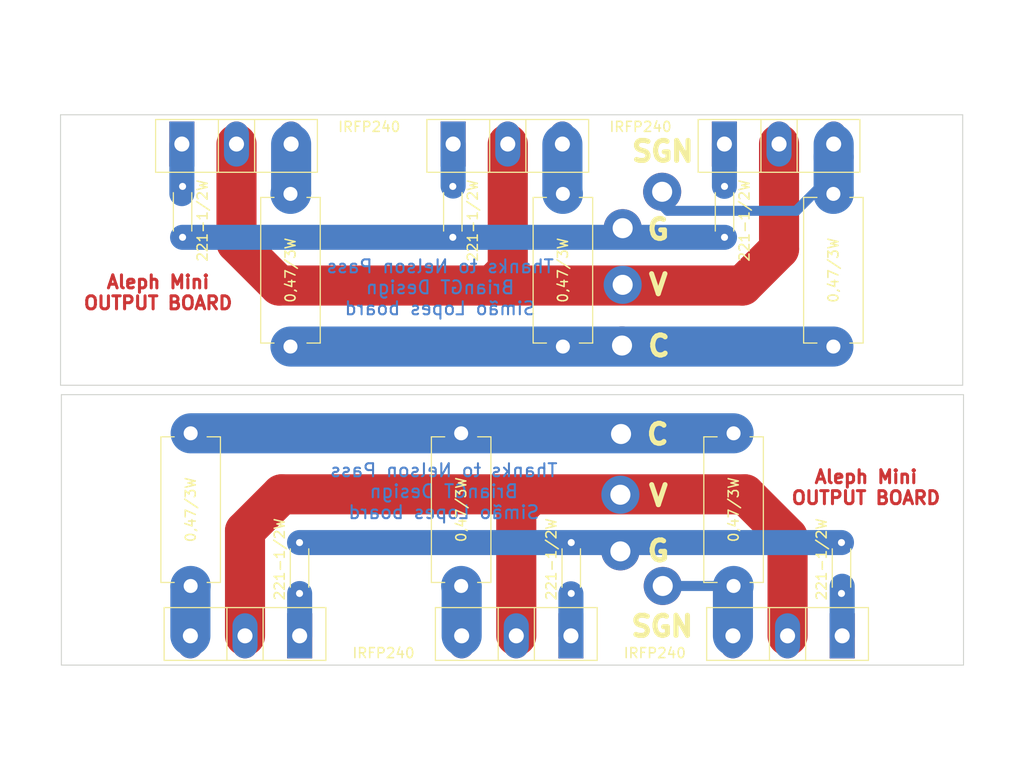
<source format=kicad_pcb>
(kicad_pcb (version 20211014) (generator pcbnew)
  (layers (0 "F.Cu" signal) (31 "B.Cu" signal) (34 "B.Paste" user) (35 "F.Paste" user) (36 "B.SilkS" user "B.Silkscreen") (37 "F.SilkS" user "F.Silkscreen") (38 "B.Mask" user) (39 "F.Mask" user) (44 "Edge.Cuts" user))
  (net 0 "")
  (footprint "Resistor_THT:R_Axial_DIN0614_L14.3mm_D5.7mm_P15.24mm_Horizontal" (layer "F.Cu") (at 125.62332 121.793 90)
    (fp_text reference "0,47/3W" (at 7.62 0.00256 90) (layer "F.SilkS"))
    (fp_text value "R_Axial_DIN0614_L14.3mm_D5.7mm_P15.24mm_Horizontal")
    (fp_line (start 14.89 2.97) (end 14.89 1.64) (layer "F.SilkS") (width 0.12))
    (fp_line (start 0.35 -1.64) (end 0.35 -2.97) (layer "F.SilkS") (width 0.12))
    (fp_line (start 0.35 2.97) (end 14.89 2.97) (layer "F.SilkS") (width 0.12))
    (fp_line (start 0.35 1.64) (end 0.35 2.97) (layer "F.SilkS") (width 0.12))
    (fp_line (start 0.35 -2.97) (end 14.89 -2.97) (layer "F.SilkS") (width 0.12))
    (fp_line (start 14.89 -2.97) (end 14.89 -1.64) (layer "F.SilkS") (width 0.12))
    (pad "1" thru_hole circle locked (at 0 0 90) (size 2.8 2.8) (drill 1.4) (layers *.Cu *.Mask))
    (pad "2" thru_hole oval locked (at 15.24 0 90) (size 2.8 2.8) (drill 1.4) (layers *.Cu *.Mask))
  )
  (footprint "Resistor_THT:R_Axial_DIN0614_L14.3mm_D5.7mm_P15.24mm_Horizontal" (layer "F.Cu") (at 179.78628 121.793 90)
    (fp_text reference "0,47/3W" (at 7.62 0.00256 90) (layer "F.SilkS"))
    (fp_text value "R_Axial_DIN0614_L14.3mm_D5.7mm_P15.24mm_Horizontal")
    (fp_line (start 14.89 2.97) (end 14.89 1.64) (layer "F.SilkS") (width 0.12))
    (fp_line (start 14.89 -2.97) (end 14.89 -1.64) (layer "F.SilkS") (width 0.12))
    (fp_line (start 0.35 2.97) (end 14.89 2.97) (layer "F.SilkS") (width 0.12))
    (fp_line (start 0.35 -2.97) (end 14.89 -2.97) (layer "F.SilkS") (width 0.12))
    (fp_line (start 0.35 -1.64) (end 0.35 -2.97) (layer "F.SilkS") (width 0.12))
    (fp_line (start 0.35 1.64) (end 0.35 2.97) (layer "F.SilkS") (width 0.12))
    (pad "1" thru_hole circle locked (at 0 0 90) (size 2.8 2.8) (drill 1.4) (layers *.Cu *.Mask))
    (pad "2" thru_hole oval locked (at 15.24 0 90) (size 2.8 2.8) (drill 1.4) (layers *.Cu *.Mask))
  )
  (footprint "MountingHole:MountingHole_2.2mm_M2_DIN965_Pad" (layer "F.Cu") (at 172.72 121.793)
    (fp_text reference "SGN" (at -0.06096 4.02844) (layer "F.SilkS") (effects (font (size 2 2) (thickness 0.5))))
    (fp_text value "MountingHole_2.2mm_M2_DIN965_Pad")
    (pad "1" thru_hole circle locked (at 0 0) (size 3.8 3.8) (drill 2) (layers *.Cu *.Mask))
  )
  (footprint "Resistor_THT:R_Axial_DIN0614_L14.3mm_D5.7mm_P15.24mm_Horizontal" (layer "F.Cu") (at 152.60828 121.793 90)
    (fp_text reference "0,47/3W" (at 7.62 0.00256 90) (layer "F.SilkS"))
    (fp_text value "R_Axial_DIN0614_L14.3mm_D5.7mm_P15.24mm_Horizontal")
    (fp_line (start 14.89 -2.97) (end 14.89 -1.64) (layer "F.SilkS") (width 0.12))
    (fp_line (start 14.89 2.97) (end 14.89 1.64) (layer "F.SilkS") (width 0.12))
    (fp_line (start 0.35 2.97) (end 14.89 2.97) (layer "F.SilkS") (width 0.12))
    (fp_line (start 0.35 1.64) (end 0.35 2.97) (layer "F.SilkS") (width 0.12))
    (fp_line (start 0.35 -2.97) (end 14.89 -2.97) (layer "F.SilkS") (width 0.12))
    (fp_line (start 0.35 -1.64) (end 0.35 -2.97) (layer "F.SilkS") (width 0.12))
    (pad "1" thru_hole circle locked (at 0 0 90) (size 2.8 2.8) (drill 1.4) (layers *.Cu *.Mask))
    (pad "2" thru_hole oval locked (at 15.24 0 90) (size 2.8 2.8) (drill 1.4) (layers *.Cu *.Mask))
  )
  (footprint "Resistor_THT:R_Axial_DIN0204_L3.6mm_D1.6mm_P5.08mm_Horizontal" (layer "F.Cu") (at 136.48436 122.53976 90)
    (fp_text reference "221-1/2W" (at 3.41376 -1.98604 90) (layer "F.SilkS"))
    (fp_text value "R_Axial_DIN0204_L3.6mm_D1.6mm_P5.08mm_Horizontal")
    (fp_line (start 0.62 -0.92) (end 4.46 -0.92) (layer "F.SilkS") (width 0.12))
    (fp_line (start 0.62 0.92) (end 4.46 0.92) (layer "F.SilkS") (width 0.12))
    (pad "1" thru_hole circle locked (at 0 0 90) (size 1.4 1.4) (drill 0.7) (layers *.Cu *.Mask))
    (pad "2" thru_hole oval locked (at 5.08 0 90) (size 1.4 1.4) (drill 0.7) (layers *.Cu *.Mask))
  )
  (footprint "Resistor_THT:R_Axial_DIN0204_L3.6mm_D1.6mm_P5.08mm_Horizontal" (layer "F.Cu") (at 163.59124 122.53976 90)
    (fp_text reference "221-1/2W" (at 3.41376 -1.98604 90) (layer "F.SilkS"))
    (fp_text value "R_Axial_DIN0204_L3.6mm_D1.6mm_P5.08mm_Horizontal")
    (fp_line (start 0.62 0.92) (end 4.46 0.92) (layer "F.SilkS") (width 0.12))
    (fp_line (start 0.62 -0.92) (end 4.46 -0.92) (layer "F.SilkS") (width 0.12))
    (pad "1" thru_hole circle locked (at 0 0 90) (size 1.4 1.4) (drill 0.7) (layers *.Cu *.Mask))
    (pad "2" thru_hole oval locked (at 5.08 0 90) (size 1.4 1.4) (drill 0.7) (layers *.Cu *.Mask))
  )
  (footprint "Resistor_THT:R_Axial_DIN0204_L3.6mm_D1.6mm_P5.08mm_Horizontal" (layer "F.Cu") (at 190.5508 122.53976 90)
    (fp_text reference "221-1/2W" (at 3.41376 -1.98604 90) (layer "F.SilkS"))
    (fp_text value "R_Axial_DIN0204_L3.6mm_D1.6mm_P5.08mm_Horizontal")
    (fp_line (start 0.62 0.92) (end 4.46 0.92) (layer "F.SilkS") (width 0.12))
    (fp_line (start 0.62 -0.92) (end 4.46 -0.92) (layer "F.SilkS") (width 0.12))
    (pad "1" thru_hole circle locked (at 0 0 90) (size 1.4 1.4) (drill 0.7) (layers *.Cu *.Mask))
    (pad "2" thru_hole oval locked (at 5.08 0 90) (size 1.4 1.4) (drill 0.7) (layers *.Cu *.Mask))
  )
  (footprint "MountingHole:MountingHole_2.2mm_M2_DIN965_Pad" (layer "F.Cu") (at 168.49344 118.3386)
    (fp_text reference "G" (at 3.78968 -0.04572) (layer "F.SilkS") (effects (font (size 2 2) (thickness 0.5))))
    (fp_text value "MountingHole_2.2mm_M2_DIN965_Pad")
    (pad "1" thru_hole circle locked (at 0 0) (size 3.8 3.8) (drill 2) (layers *.Cu *.Mask))
  )
  (footprint "MountingHole:MountingHole_2.2mm_M2_DIN965_Pad" (layer "F.Cu") (at 168.49344 112.68456)
    (fp_text reference "V" (at 3.78968 0.09144) (layer "F.SilkS") (effects (font (size 2 2) (thickness 0.5))))
    (fp_text value "MountingHole_2.2mm_M2_DIN965_Pad")
    (pad "1" thru_hole circle locked (at 0 0) (size 3.8 3.8) (drill 2) (layers *.Cu *.Mask))
  )
  (footprint "MountingHole:MountingHole_2.2mm_M2_DIN965_Pad" (layer "F.Cu") (at 168.55948 106.62412)
    (fp_text reference "C" (at 3.6576 0.03048) (layer "F.SilkS") (effects (font (size 2 2) (thickness 0.5))))
    (fp_text value "MountingHole_2.2mm_M2_DIN965_Pad")
    (pad "1" thru_hole circle locked (at 0 0) (size 3.8 3.8) (drill 2) (layers *.Cu *.Mask))
  )
  (footprint "Package_TO_SOT_THT:TO-247-3_Vertical" (layer "F.Cu") (at 136.49452 126.7692 180)
    (fp_text reference "IRFP240" (at -8.36676 -1.71924) (layer "F.SilkS"))
    (fp_text value "TO-247-3_Vertical")
    (fp_line (start -2.62 2.82) (end 13.52 2.82) (layer "F.SilkS") (width 0.12))
    (fp_line (start 7.255 -2.451) (end 7.255 2.82) (layer "F.SilkS") (width 0.12))
    (fp_line (start 13.52 -2.451) (end 13.52 2.82) (layer "F.SilkS") (width 0.12))
    (fp_line (start -2.62 -2.451) (end -2.62 2.82) (layer "F.SilkS") (width 0.12))
    (fp_line (start 3.646 -2.451) (end 3.646 2.82) (layer "F.SilkS") (width 0.12))
    (fp_line (start -2.62 -2.451) (end 13.52 -2.451) (layer "F.SilkS") (width 0.12))
    (pad "1" thru_hole rect locked (at 0 0 180) (size 2.5 4.5) (drill 1.5) (layers *.Cu *.Mask))
    (pad "2" thru_hole oval locked (at 5.45 0 180) (size 2.5 4.5) (drill 1.5) (layers *.Cu *.Mask))
    (pad "3" thru_hole oval locked (at 10.9 0 180) (size 2.5 4.5) (drill 1.5) (layers *.Cu *.Mask))
  )
  (footprint "Package_TO_SOT_THT:TO-247-3_Vertical" (layer "F.Cu") (at 190.62192 126.7692 180)
    (fp_text reference " " (at 5.45 -3.45) (layer "F.SilkS"))
    (fp_text value "TO-247-3_Vertical")
    (fp_line (start -2.62 -2.451) (end -2.62 2.82) (layer "F.SilkS") (width 0.12))
    (fp_line (start 3.646 -2.451) (end 3.646 2.82) (layer "F.SilkS") (width 0.12))
    (fp_line (start -2.62 -2.451) (end 13.52 -2.451) (layer "F.SilkS") (width 0.12))
    (fp_line (start 7.255 -2.451) (end 7.255 2.82) (layer "F.SilkS") (width 0.12))
    (fp_line (start 13.52 -2.451) (end 13.52 2.82) (layer "F.SilkS") (width 0.12))
    (fp_line (start -2.62 2.82) (end 13.52 2.82) (layer "F.SilkS") (width 0.12))
    (pad "1" thru_hole rect locked (at 0 0 180) (size 2.5 4.5) (drill 1.5) (layers *.Cu *.Mask))
    (pad "2" thru_hole oval locked (at 5.45 0 180) (size 2.5 4.5) (drill 1.5) (layers *.Cu *.Mask))
    (pad "3" thru_hole oval locked (at 10.9 0 180) (size 2.5 4.5) (drill 1.5) (layers *.Cu *.Mask))
  )
  (footprint "MountingHole:MountingHole_3.2mm_M3" (layer "F.Cu") (at 116.2304 106.1466)
    (fp_text reference " " (at 0 -4.2) (layer "F.SilkS"))
    (fp_text value "MountingHole_3.2mm_M3")
    (pad "" np_thru_hole circle locked (at 0 0) (size 3.2 3.2) (drill 3.2) (layers *.Cu *.Mask))
  )
  (footprint "Resistor_THT:R_Axial_DIN0204_L3.6mm_D1.6mm_P5.08mm_Horizontal" (layer "F.Cu") (at 178.88204 81.90484 -90)
    (fp_text reference "221-1/2W" (at 3.41376 -1.98604 90) (layer "F.SilkS"))
    (fp_text value "R_Axial_DIN0204_L3.6mm_D1.6mm_P5.08mm_Horizontal")
    (fp_line (start 0.62 -0.92) (end 4.46 -0.92) (layer "F.SilkS") (width 0.12))
    (fp_line (start 0.62 0.92) (end 4.46 0.92) (layer "F.SilkS") (width 0.12))
    (pad "1" thru_hole circle locked (at 0 0 270) (size 1.4 1.4) (drill 0.7) (layers *.Cu *.Mask))
    (pad "2" thru_hole oval locked (at 5.08 0 270) (size 1.4 1.4) (drill 0.7) (layers *.Cu *.Mask))
  )
  (footprint "MountingHole:MountingHole_2.2mm_M2_DIN965_Pad" (layer "F.Cu") (at 172.66 82.44 180)
    (fp_text reference "SGN" (at -0.06096 4.02844) (layer "F.SilkS") (effects (font (size 2 2) (thickness 0.5))))
    (fp_text value "MountingHole_2.2mm_M2_DIN965_Pad")
    (pad "1" thru_hole circle locked (at 0 0 180) (size 3.8 3.8) (drill 2) (layers *.Cu *.Mask))
  )
  (footprint "MountingHole:MountingHole_3.2mm_M3" (layer "F.Cu") (at 199.136 98.298 180)
    (fp_text reference " " (at 0 -4.2) (layer "F.SilkS"))
    (fp_text value "MountingHole_3.2mm_M3")
    (pad "" np_thru_hole circle locked (at 0 0 180) (size 3.2 3.2) (drill 3.2) (layers *.Cu *.Mask))
  )
  (footprint "MountingHole:MountingHole_2.2mm_M2_DIN965_Pad" (layer "F.Cu") (at 168.72204 91.72956 180)
    (fp_text reference "V" (at -3.551136 0.01268) (layer "F.SilkS") (effects (font (size 2 2) (thickness 0.5))))
    (fp_text value "MountingHole_2.2mm_M2_DIN965_Pad")
    (pad "1" thru_hole circle locked (at 0 0 180) (size 3.8 3.8) (drill 2) (layers *.Cu *.Mask))
  )
  (footprint "Resistor_THT:R_Axial_DIN0204_L3.6mm_D1.6mm_P5.08mm_Horizontal" (layer "F.Cu") (at 151.77516 81.90484 -90)
    (fp_text reference "221-1/2W" (at 3.41376 -1.98604 90) (layer "F.SilkS"))
    (fp_text value "R_Axial_DIN0204_L3.6mm_D1.6mm_P5.08mm_Horizontal")
    (fp_line (start 0.62 0.92) (end 4.46 0.92) (layer "F.SilkS") (width 0.12))
    (fp_line (start 0.62 -0.92) (end 4.46 -0.92) (layer "F.SilkS") (width 0.12))
    (pad "1" thru_hole circle locked (at 0 0 270) (size 1.4 1.4) (drill 0.7) (layers *.Cu *.Mask))
    (pad "2" thru_hole oval locked (at 5.08 0 270) (size 1.4 1.4) (drill 0.7) (layers *.Cu *.Mask))
  )
  (footprint "Resistor_THT:R_Axial_DIN0614_L14.3mm_D5.7mm_P15.24mm_Horizontal" (layer "F.Cu") (at 189.74308 82.6516 -90)
    (fp_text reference "0,47/3W" (at 7.62 0.00256 90) (layer "F.SilkS"))
    (fp_text value "R_Axial_DIN0614_L14.3mm_D5.7mm_P15.24mm_Horizontal")
    (fp_line (start 14.89 2.97) (end 14.89 1.64) (layer "F.SilkS") (width 0.12))
    (fp_line (start 0.35 -1.64) (end 0.35 -2.97) (layer "F.SilkS") (width 0.12))
    (fp_line (start 0.35 2.97) (end 14.89 2.97) (layer "F.SilkS") (width 0.12))
    (fp_line (start 0.35 1.64) (end 0.35 2.97) (layer "F.SilkS") (width 0.12))
    (fp_line (start 0.35 -2.97) (end 14.89 -2.97) (layer "F.SilkS") (width 0.12))
    (fp_line (start 14.89 -2.97) (end 14.89 -1.64) (layer "F.SilkS") (width 0.12))
    (pad "1" thru_hole circle locked (at 0 0 270) (size 2.8 2.8) (drill 1.4) (layers *.Cu *.Mask))
    (pad "2" thru_hole oval locked (at 15.24 0 270) (size 2.8 2.8) (drill 1.4) (layers *.Cu *.Mask))
  )
  (footprint "Resistor_THT:R_Axial_DIN0614_L14.3mm_D5.7mm_P15.24mm_Horizontal" (layer "F.Cu") (at 135.58012 82.6516 -90)
    (fp_text reference "0,47/3W" (at 7.62 0.00256 90) (layer "F.SilkS"))
    (fp_text value "R_Axial_DIN0614_L14.3mm_D5.7mm_P15.24mm_Horizontal")
    (fp_line (start 14.89 2.97) (end 14.89 1.64) (layer "F.SilkS") (width 0.12))
    (fp_line (start 14.89 -2.97) (end 14.89 -1.64) (layer "F.SilkS") (width 0.12))
    (fp_line (start 0.35 2.97) (end 14.89 2.97) (layer "F.SilkS") (width 0.12))
    (fp_line (start 0.35 -2.97) (end 14.89 -2.97) (layer "F.SilkS") (width 0.12))
    (fp_line (start 0.35 -1.64) (end 0.35 -2.97) (layer "F.SilkS") (width 0.12))
    (fp_line (start 0.35 1.64) (end 0.35 2.97) (layer "F.SilkS") (width 0.12))
    (pad "1" thru_hole circle locked (at 0 0 270) (size 2.8 2.8) (drill 1.4) (layers *.Cu *.Mask))
    (pad "2" thru_hole oval locked (at 15.24 0 270) (size 2.8 2.8) (drill 1.4) (layers *.Cu *.Mask))
  )
  (footprint "Resistor_THT:R_Axial_DIN0204_L3.6mm_D1.6mm_P5.08mm_Horizontal" (layer "F.Cu") (at 124.8156 81.90484 -90)
    (fp_text reference "221-1/2W" (at 3.41376 -1.98604 90) (layer "F.SilkS"))
    (fp_text value "R_Axial_DIN0204_L3.6mm_D1.6mm_P5.08mm_Horizontal")
    (fp_line (start 0.62 0.92) (end 4.46 0.92) (layer "F.SilkS") (width 0.12))
    (fp_line (start 0.62 -0.92) (end 4.46 -0.92) (layer "F.SilkS") (width 0.12))
    (pad "1" thru_hole circle locked (at 0 0 270) (size 1.4 1.4) (drill 0.7) (layers *.Cu *.Mask))
    (pad "2" thru_hole oval locked (at 5.08 0 270) (size 1.4 1.4) (drill 0.7) (layers *.Cu *.Mask))
  )
  (footprint "MountingHole:MountingHole_3.2mm_M3" (layer "F.Cu") (at 199.28332 106.1466)
    (fp_text reference " " (at 0 -4.2) (layer "F.SilkS"))
    (fp_text value "MountingHole_3.2mm_M3")
    (pad "" np_thru_hole circle locked (at 0 0) (size 3.2 3.2) (drill 3.2) (layers *.Cu *.Mask))
  )
  (footprint "MountingHole:MountingHole_2.2mm_M2_DIN965_Pad" (layer "F.Cu") (at 168.656 97.79 180)
    (fp_text reference "C" (at -3.683216 -0.04828) (layer "F.SilkS") (effects (font (size 2 2) (thickness 0.5))))
    (fp_text value "MountingHole_2.2mm_M2_DIN965_Pad")
    (pad "1" thru_hole circle locked (at 0 0 180) (size 3.8 3.8) (drill 2) (layers *.Cu *.Mask))
  )
  (footprint "MountingHole:MountingHole_2.2mm_M2_DIN965_Pad" (layer "F.Cu") (at 168.72204 86.07552 180)
    (fp_text reference "G" (at -3.551136 -0.12448) (layer "F.SilkS") (effects (font (size 2 2) (thickness 0.5))))
    (fp_text value "MountingHole_2.2mm_M2_DIN965_Pad")
    (pad "1" thru_hole circle locked (at 0 0 180) (size 3.8 3.8) (drill 2) (layers *.Cu *.Mask))
  )
  (footprint "Package_TO_SOT_THT:TO-247-3_Vertical" (layer "F.Cu") (at 178.87188 77.6754)
    (fp_text reference "IRFP240" (at -8.36676 -1.71924) (layer "F.SilkS"))
    (fp_text value "TO-247-3_Vertical")
    (fp_line (start -2.62 2.82) (end 13.52 2.82) (layer "F.SilkS") (width 0.12))
    (fp_line (start 7.255 -2.451) (end 7.255 2.82) (layer "F.SilkS") (width 0.12))
    (fp_line (start 13.52 -2.451) (end 13.52 2.82) (layer "F.SilkS") (width 0.12))
    (fp_line (start -2.62 -2.451) (end -2.62 2.82) (layer "F.SilkS") (width 0.12))
    (fp_line (start 3.646 -2.451) (end 3.646 2.82) (layer "F.SilkS") (width 0.12))
    (fp_line (start -2.62 -2.451) (end 13.52 -2.451) (layer "F.SilkS") (width 0.12))
    (pad "1" thru_hole rect locked (at 0 0) (size 2.5 4.5) (drill 1.5) (layers *.Cu *.Mask))
    (pad "2" thru_hole oval locked (at 5.45 0) (size 2.5 4.5) (drill 1.5) (layers *.Cu *.Mask))
    (pad "3" thru_hole oval locked (at 10.9 0) (size 2.5 4.5) (drill 1.5) (layers *.Cu *.Mask))
  )
  (footprint "Package_TO_SOT_THT:TO-247-3_Vertical" (layer "F.Cu") (at 124.74448 77.6754)
    (fp_text reference " " (at 5.45 -3.45) (layer "F.SilkS"))
    (fp_text value "TO-247-3_Vertical")
    (fp_line (start -2.62 -2.451) (end -2.62 2.82) (layer "F.SilkS") (width 0.12))
    (fp_line (start 3.646 -2.451) (end 3.646 2.82) (layer "F.SilkS") (width 0.12))
    (fp_line (start -2.62 -2.451) (end 13.52 -2.451) (layer "F.SilkS") (width 0.12))
    (fp_line (start 7.255 -2.451) (end 7.255 2.82) (layer "F.SilkS") (width 0.12))
    (fp_line (start 13.52 -2.451) (end 13.52 2.82) (layer "F.SilkS") (width 0.12))
    (fp_line (start -2.62 2.82) (end 13.52 2.82) (layer "F.SilkS") (width 0.12))
    (pad "1" thru_hole rect locked (at 0 0) (size 2.5 4.5) (drill 1.5) (layers *.Cu *.Mask))
    (pad "2" thru_hole oval locked (at 5.45 0) (size 2.5 4.5) (drill 1.5) (layers *.Cu *.Mask))
    (pad "3" thru_hole oval locked (at 10.9 0) (size 2.5 4.5) (drill 1.5) (layers *.Cu *.Mask))
  )
  (footprint "Resistor_THT:R_Axial_DIN0614_L14.3mm_D5.7mm_P15.24mm_Horizontal" (layer "F.Cu") (at 162.75812 82.6516 -90)
    (fp_text reference "0,47/3W" (at 7.62 0.00256 90) (layer "F.SilkS"))
    (fp_text value "R_Axial_DIN0614_L14.3mm_D5.7mm_P15.24mm_Horizontal")
    (fp_line (start 14.89 -2.97) (end 14.89 -1.64) (layer "F.SilkS") (width 0.12))
    (fp_line (start 14.89 2.97) (end 14.89 1.64) (layer "F.SilkS") (width 0.12))
    (fp_line (start 0.35 2.97) (end 14.89 2.97) (layer "F.SilkS") (width 0.12))
    (fp_line (start 0.35 1.64) (end 0.35 2.97) (layer "F.SilkS") (width 0.12))
    (fp_line (start 0.35 -2.97) (end 14.89 -2.97) (layer "F.SilkS") (width 0.12))
    (fp_line (start 0.35 -1.64) (end 0.35 -2.97) (layer "F.SilkS") (width 0.12))
    (pad "1" thru_hole circle locked (at 0 0 270) (size 2.8 2.8) (drill 1.4) (layers *.Cu *.Mask))
    (pad "2" thru_hole oval locked (at 15.24 0 270) (size 2.8 2.8) (drill 1.4) (layers *.Cu *.Mask))
  )
  (footprint "Package_TO_SOT_THT:TO-247-3_Vertical" (layer "F.Cu") (at 151.80818 77.6754)
    (fp_text reference "IRFP240" (at -8.3693 -1.71924) (layer "F.SilkS"))
    (fp_text value "TO-247-3_Vertical")
    (fp_line (start 13.52 -2.451) (end 13.52 2.82) (layer "F.SilkS") (width 0.12))
    (fp_line (start -2.62 2.82) (end 13.52 2.82) (layer "F.SilkS") (width 0.12))
    (fp_line (start -2.62 -2.451) (end 13.52 -2.451) (layer "F.SilkS") (width 0.12))
    (fp_line (start 3.646 -2.451) (end 3.646 2.82) (layer "F.SilkS") (width 0.12))
    (fp_line (start -2.62 -2.451) (end -2.62 2.82) (layer "F.SilkS") (width 0.12))
    (fp_line (start 7.255 -2.451) (end 7.255 2.82) (layer "F.SilkS") (width 0.12))
    (pad "1" thru_hole rect locked (at 0 0) (size 2.5 4.5) (drill 1.5) (layers *.Cu *.Mask))
    (pad "2" thru_hole oval locked (at 5.45 0) (size 2.5 4.5) (drill 1.5) (layers *.Cu *.Mask))
    (pad "3" thru_hole oval locked (at 10.9 0) (size 2.5 4.5) (drill 1.5) (layers *.Cu *.Mask))
  )
  (footprint "MountingHole:MountingHole_3.2mm_M3" (layer "F.Cu") (at 116.08308 98.298 180)
    (fp_text reference " " (at 0 -4.2) (layer "F.SilkS"))
    (fp_text value "MountingHole_3.2mm_M3")
    (pad "" np_thru_hole circle locked (at 0 0 180) (size 3.2 3.2) (drill 3.2) (layers *.Cu *.Mask))
  )
  (footprint "Package_TO_SOT_THT:TO-247-3_Vertical" (layer "F.Cu") (at 163.55822 126.7692 180)
    (fp_text reference "IRFP240" (at -8.3693 -1.71924) (layer "F.SilkS"))
    (fp_text value "TO-247-3_Vertical")
    (fp_line (start 13.52 -2.451) (end 13.52 2.82) (layer "F.SilkS") (width 0.12))
    (fp_line (start -2.62 2.82) (end 13.52 2.82) (layer "F.SilkS") (width 0.12))
    (fp_line (start -2.62 -2.451) (end 13.52 -2.451) (layer "F.SilkS") (width 0.12))
    (fp_line (start 3.646 -2.451) (end 3.646 2.82) (layer "F.SilkS") (width 0.12))
    (fp_line (start -2.62 -2.451) (end -2.62 2.82) (layer "F.SilkS") (width 0.12))
    (fp_line (start 7.255 -2.451) (end 7.255 2.82) (layer "F.SilkS") (width 0.12))
    (pad "1" thru_hole rect locked (at 0 0 180) (size 2.5 4.5) (drill 1.5) (layers *.Cu *.Mask))
    (pad "2" thru_hole oval locked (at 5.45 0 180) (size 2.5 4.5) (drill 1.5) (layers *.Cu *.Mask))
    (pad "3" thru_hole oval locked (at 10.9 0 180) (size 2.5 4.5) (drill 1.5) (layers *.Cu *.Mask))
  )
  (gr_line (start 112.7252 102.6922) (end 202.7252 102.6922) (layer "Edge.Cuts") (width 0.1))
  (gr_line (start 112.7252 129.6922) (end 202.7252 129.6922) (layer "Edge.Cuts") (width 0.1))
  (gr_line (start 202.7252 102.6922) (end 202.7252 129.6922) (layer "Edge.Cuts") (width 0.1))
  (gr_line (start 112.7252 102.6922) (end 112.7252 129.6922) (layer "Edge.Cuts") (width 0.1))
  (gr_line (start 112.6412 101.7524) (end 112.6412 74.7524) (layer "Edge.Cuts") (width 0.1))
  (gr_line (start 202.6412 101.7524) (end 112.6412 101.7524) (layer "Edge.Cuts") (width 0.1))
  (gr_line (start 202.6412 101.7524) (end 202.6412 74.7524) (layer "Edge.Cuts") (width 0.1))
  (gr_line (start 202.6412 74.7524) (end 112.6412 74.7524) (layer "Edge.Cuts") (width 0.1))
  (gr_text "Aleph Mini\nOUTPUT BOARD" (at 122.37212 92.49664) (layer "F.Cu") (effects (font (size 1.3 1.3) (thickness 0.3))))
  (gr_text "Aleph Mini\nOUTPUT BOARD" (at 192.99428 111.94796) (layer "F.Cu") (effects (font (size 1.3 1.3) (thickness 0.3))))
  (gr_text "Thanks to Nelson Pass\nBrianGT Design\nSimão Lopes board" (at 150.876 112.3442) (layer "B.Cu") (effects (font (size 1.3 1.3) (thickness 0.2)) (justify mirror)))
  (gr_text "Thanks to Nelson Pass\nBrianGT Design\nSimão Lopes board" (at 150.506723 91.99) (layer "B.Cu") (effects (font (size 1.3 1.3) (thickness 0.2)) (justify mirror)))
  (segment (start 180.91912 112.64392) (end 185.17192 116.89672) (width 4) (layer "F.Cu") (net 0))
  (segment (start 185.17192 116.89672) (end 185.17192 126.7692) (width 4) (layer "F.Cu") (net 0))
  (segment (start 158.10822 114.19502) (end 159.65932 112.64392) (width 4) (layer "F.Cu") (net 0))
  (segment (start 131.04452 126.7692) (end 131.04452 116.29052) (width 4) (layer "F.Cu") (net 0))
  (segment (start 159.65932 112.64392) (end 180.91912 112.64392) (width 4) (layer "F.Cu") (net 0))
  (segment (start 134.69112 112.64392) (end 159.65932 112.64392) (width 4) (layer "F.Cu") (net 0))
  (segment (start 131.04452 116.29052) (end 134.69112 112.64392) (width 4) (layer "F.Cu") (net 0))
  (segment (start 158.10822 126.7692) (end 158.10822 114.19502) (width 4) (layer "F.Cu") (net 0))
  (segment (start 155.70708 91.80068) (end 134.44728 91.80068) (width 4) (layer "F.Cu") (net 0))
  (segment (start 130.19448 87.54788) (end 130.19448 77.6754) (width 4) (layer "F.Cu") (net 0))
  (segment (start 134.44728 91.80068) (end 130.19448 87.54788) (width 4) (layer "F.Cu") (net 0))
  (segment (start 157.25818 90.24958) (end 155.70708 91.80068) (width 4) (layer "F.Cu") (net 0))
  (segment (start 157.25818 77.6754) (end 157.25818 90.24958) (width 4) (layer "F.Cu") (net 0))
  (segment (start 184.32188 88.15408) (end 180.67528 91.80068) (width 4) (layer "F.Cu") (net 0))
  (segment (start 180.67528 91.80068) (end 155.70708 91.80068) (width 4) (layer "F.Cu") (net 0))
  (segment (start 184.32188 77.6754) (end 184.32188 88.15408) (width 4) (layer "F.Cu") (net 0))
  (segment (start 163.55822 126.7692) (end 163.55822 122.57278) (width 2.5) (layer "B.Cu") (net 0))
  (segment (start 163.55822 122.57278) (end 163.59124 122.53976) (width 1) (layer "B.Cu") (net 0))
  (segment (start 190.62192 126.7692) (end 190.62192 121.8184) (width 2.5) (layer "B.Cu") (net 0))
  (segment (start 136.49452 126.7692) (end 136.49452 122.54992) (width 2.5) (layer "B.Cu") (net 0))
  (segment (start 190.5508 117.45976) (end 136.48436 117.45976) (width 2.5) (layer "B.Cu") (net 0))
  (segment (start 136.49452 122.54992) (end 136.48436 122.53976) (width 1) (layer "B.Cu") (net 0))
  (segment (start 152.65822 126.7692) (end 152.65822 121.84294) (width 4) (layer "B.Cu") (net 0))
  (segment (start 179.72192 126.7692) (end 179.72192 121.85736) (width 4) (layer "B.Cu") (net 0))
  (segment (start 152.65822 121.84294) (end 152.60828 121.793) (width 4) (layer "B.Cu") (net 0))
  (segment (start 179.72192 121.85736) (end 179.78628 121.793) (width 4) (layer "B.Cu") (net 0))
  (segment (start 125.59452 126.7692) (end 125.59452 121.8218) (width 4) (layer "B.Cu") (net 0))
  (segment (start 179.78628 106.553) (end 125.62332 106.553) (width 4) (layer "B.Cu") (net 0))
  (segment (start 125.59452 121.8218) (end 125.62332 121.793) (width 4) (layer "B.Cu") (net 0))
  (segment (start 172.66 83.79) (end 173.21 84.34) (width 1) (layer "B.Cu") (net 0))
  (segment (start 162.70818 82.60166) (end 162.75812 82.6516) (width 4) (layer "B.Cu") (net 0))
  (segment (start 189.77188 80.59812) (end 189.77188 78.96812) (width 1) (layer "B.Cu") (net 0))
  (segment (start 172.66 82.44) (end 172.66 83.79) (width 1) (layer "B.Cu") (net 0))
  (segment (start 189.77188 78.96812) (end 189.77188 82.6228) (width 4) (layer "B.Cu") (net 0))
  (segment (start 124.8156 86.98484) (end 178.88204 86.98484) (width 2.5) (layer "B.Cu") (net 0))
  (segment (start 135.58012 97.8916) (end 189.74308 97.8916) (width 4) (layer "B.Cu") (net 0))
  (segment (start 186.03 84.34) (end 189.77188 80.59812) (width 1) (layer "B.Cu") (net 0))
  (segment (start 173.1518 121.793) (end 179.78628 121.793) (width 1) (layer "B.Cu") (net 0))
  (segment (start 189.77188 77.6754) (end 189.77188 78.96812) (width 4) (layer "B.Cu") (net 0))
  (segment (start 178.87188 81.89468) (end 178.88204 81.90484) (width 1) (layer "B.Cu") (net 0))
  (segment (start 178.87188 77.6754) (end 178.87188 81.89468) (width 2.5) (layer "B.Cu") (net 0))
  (segment (start 189.77188 82.6228) (end 189.74308 82.6516) (width 4) (layer "B.Cu") (net 0))
  (segment (start 124.74448 77.6754) (end 124.74448 82.6262) (width 2.5) (layer "B.Cu") (net 0))
  (segment (start 173.21 84.34) (end 186.03 84.34) (width 1) (layer "B.Cu") (net 0))
  (segment (start 151.80818 77.6754) (end 151.80818 81.87182) (width 2.5) (layer "B.Cu") (net 0))
  (segment (start 135.64448 82.58724) (end 135.58012 82.6516) (width 4) (layer "B.Cu") (net 0))
  (segment (start 162.70818 77.6754) (end 162.70818 82.60166) (width 4) (layer "B.Cu") (net 0))
  (segment (start 151.80818 81.87182) (end 151.77516 81.90484) (width 1) (layer "B.Cu") (net 0))
  (segment (start 135.64448 77.6754) (end 135.64448 82.58724) (width 4) (layer "B.Cu") (net 0))
)
</source>
